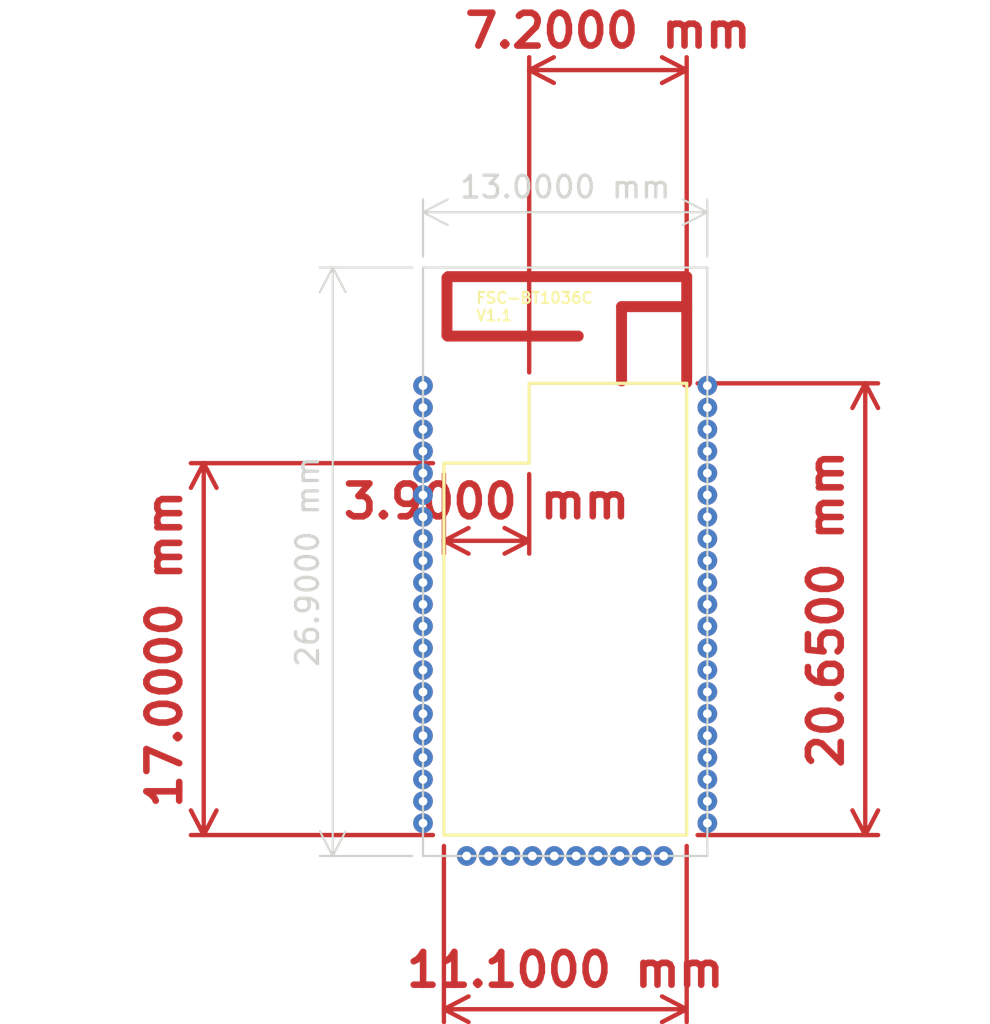
<source format=kicad_pcb>
(kicad_pcb (version 20221018) (generator pcbnew)
  (layers (0 "F.Cu" signal) (31 "B.Cu" signal) (34 "B.Paste" user) (35 "F.Paste" user) (36 "B.SilkS" user "B.Silkscreen") (37 "F.SilkS" user "F.Silkscreen") (38 "B.Mask" user) (39 "F.Mask" user) (44 "Edge.Cuts" user))
  (net 0 "")
  (footprint "util:castellated_pad_horiztontal" (layer "F.Cu") (at 134.625124 93.459524)
    (fp_text reference "REF**" hide)
    (fp_text value "castellated_pad_horiztontal" hide)
    (pad "1" thru_hole circle (at 0 0) (size 0.9 0.9) (drill 0.4) (layers "*.Cu" "*.Mask"))
    (pad "1" thru_hole circle (at 1 0) (size 0.9 0.9) (drill 0.4) (layers "*.Cu" "*.Mask"))
    (pad "1" thru_hole circle (at 2 0) (size 0.9 0.9) (drill 0.4) (layers "*.Cu" "*.Mask"))
    (pad "1" thru_hole circle (at 3 0) (size 0.9 0.9) (drill 0.4) (layers "*.Cu" "*.Mask"))
    (pad "1" thru_hole circle (at 4 0) (size 0.9 0.9) (drill 0.4) (layers "*.Cu" "*.Mask"))
    (pad "1" thru_hole circle (at 5 0) (size 0.9 0.9) (drill 0.4) (layers "*.Cu" "*.Mask"))
    (pad "1" thru_hole circle (at 6 0) (size 0.9 0.9) (drill 0.4) (layers "*.Cu" "*.Mask"))
    (pad "1" thru_hole circle (at 7 0) (size 0.9 0.9) (drill 0.4) (layers "*.Cu" "*.Mask"))
    (pad "1" thru_hole circle (at 8 0) (size 0.9 0.9) (drill 0.4) (layers "*.Cu" "*.Mask"))
    (pad "1" thru_hole circle (at 9 0) (size 0.9 0.9) (drill 0.4) (layers "*.Cu" "*.Mask"))
  )
  (footprint "util:castellated_pad" (layer "F.Cu") (at 145.625124 71.959524)
    (fp_text reference "REF**" hide)
    (fp_text value "castellated_pad" hide)
    (pad "1" thru_hole circle (at 0 0) (size 0.9 0.9) (drill 0.4) (layers "*.Cu" "*.Mask"))
    (pad "1" thru_hole circle (at 0 1) (size 0.9 0.9) (drill 0.4) (layers "*.Cu" "*.Mask"))
    (pad "1" thru_hole circle (at 0 2) (size 0.9 0.9) (drill 0.4) (layers "*.Cu" "*.Mask"))
    (pad "1" thru_hole circle (at 0 3) (size 0.9 0.9) (drill 0.4) (layers "*.Cu" "*.Mask"))
    (pad "1" thru_hole circle (at 0 4) (size 0.9 0.9) (drill 0.4) (layers "*.Cu" "*.Mask"))
    (pad "1" thru_hole circle (at 0 5) (size 0.9 0.9) (drill 0.4) (layers "*.Cu" "*.Mask"))
    (pad "1" thru_hole circle (at 0 6) (size 0.9 0.9) (drill 0.4) (layers "*.Cu" "*.Mask"))
    (pad "1" thru_hole circle (at 0 7) (size 0.9 0.9) (drill 0.4) (layers "*.Cu" "*.Mask"))
    (pad "1" thru_hole circle (at 0 8) (size 0.9 0.9) (drill 0.4) (layers "*.Cu" "*.Mask"))
    (pad "1" thru_hole circle (at 0 9) (size 0.9 0.9) (drill 0.4) (layers "*.Cu" "*.Mask"))
    (pad "1" thru_hole circle (at 0 10) (size 0.9 0.9) (drill 0.4) (layers "*.Cu" "*.Mask"))
    (pad "1" thru_hole circle (at 0 11) (size 0.9 0.9) (drill 0.4) (layers "*.Cu" "*.Mask"))
    (pad "1" thru_hole circle (at 0 12) (size 0.9 0.9) (drill 0.4) (layers "*.Cu" "*.Mask"))
    (pad "1" thru_hole circle (at 0 13) (size 0.9 0.9) (drill 0.4) (layers "*.Cu" "*.Mask"))
    (pad "1" thru_hole circle (at 0 14) (size 0.9 0.9) (drill 0.4) (layers "*.Cu" "*.Mask"))
    (pad "1" thru_hole circle (at 0 15) (size 0.9 0.9) (drill 0.4) (layers "*.Cu" "*.Mask"))
    (pad "1" thru_hole circle (at 0 16) (size 0.9 0.9) (drill 0.4) (layers "*.Cu" "*.Mask"))
    (pad "1" thru_hole circle (at 0 17) (size 0.9 0.9) (drill 0.4) (layers "*.Cu" "*.Mask"))
    (pad "1" thru_hole circle (at 0 18) (size 0.9 0.9) (drill 0.4) (layers "*.Cu" "*.Mask"))
    (pad "1" thru_hole circle (at 0 19) (size 0.9 0.9) (drill 0.4) (layers "*.Cu" "*.Mask"))
    (pad "1" thru_hole circle (at 0 20) (size 0.9 0.9) (drill 0.4) (layers "*.Cu" "*.Mask"))
  )
  (footprint "util:castellated_pad" (layer "F.Cu") (at 132.625124 71.959524)
    (fp_text reference "REF**" hide)
    (fp_text value "castellated_pad" hide)
    (pad "1" thru_hole circle (at 0 0) (size 0.9 0.9) (drill 0.4) (layers "*.Cu" "*.Mask"))
    (pad "1" thru_hole circle (at 0 1) (size 0.9 0.9) (drill 0.4) (layers "*.Cu" "*.Mask"))
    (pad "1" thru_hole circle (at 0 2) (size 0.9 0.9) (drill 0.4) (layers "*.Cu" "*.Mask"))
    (pad "1" thru_hole circle (at 0 3) (size 0.9 0.9) (drill 0.4) (layers "*.Cu" "*.Mask"))
    (pad "1" thru_hole circle (at 0 4) (size 0.9 0.9) (drill 0.4) (layers "*.Cu" "*.Mask"))
    (pad "1" thru_hole circle (at 0 5) (size 0.9 0.9) (drill 0.4) (layers "*.Cu" "*.Mask"))
    (pad "1" thru_hole circle (at 0 6) (size 0.9 0.9) (drill 0.4) (layers "*.Cu" "*.Mask"))
    (pad "1" thru_hole circle (at 0 7) (size 0.9 0.9) (drill 0.4) (layers "*.Cu" "*.Mask"))
    (pad "1" thru_hole circle (at 0 8) (size 0.9 0.9) (drill 0.4) (layers "*.Cu" "*.Mask"))
    (pad "1" thru_hole circle (at 0 9) (size 0.9 0.9) (drill 0.4) (layers "*.Cu" "*.Mask"))
    (pad "1" thru_hole circle (at 0 10) (size 0.9 0.9) (drill 0.4) (layers "*.Cu" "*.Mask"))
    (pad "1" thru_hole circle (at 0 11) (size 0.9 0.9) (drill 0.4) (layers "*.Cu" "*.Mask"))
    (pad "1" thru_hole circle (at 0 12) (size 0.9 0.9) (drill 0.4) (layers "*.Cu" "*.Mask"))
    (pad "1" thru_hole circle (at 0 13) (size 0.9 0.9) (drill 0.4) (layers "*.Cu" "*.Mask"))
    (pad "1" thru_hole circle (at 0 14) (size 0.9 0.9) (drill 0.4) (layers "*.Cu" "*.Mask"))
    (pad "1" thru_hole circle (at 0 15) (size 0.9 0.9) (drill 0.4) (layers "*.Cu" "*.Mask"))
    (pad "1" thru_hole circle (at 0 16) (size 0.9 0.9) (drill 0.4) (layers "*.Cu" "*.Mask"))
    (pad "1" thru_hole circle (at 0 17) (size 0.9 0.9) (drill 0.4) (layers "*.Cu" "*.Mask"))
    (pad "1" thru_hole circle (at 0 18) (size 0.9 0.9) (drill 0.4) (layers "*.Cu" "*.Mask"))
    (pad "1" thru_hole circle (at 0 19) (size 0.9 0.9) (drill 0.4) (layers "*.Cu" "*.Mask"))
    (pad "1" thru_hole circle (at 0 20) (size 0.9 0.9) (drill 0.4) (layers "*.Cu" "*.Mask"))
  )
  (gr_line (start 144.68063 92.503753) (end 144.68063 71.853753) (stroke (width 0.15)) (layer "F.SilkS"))
  (gr_line (start 133.58063 92.503753) (end 144.68063 92.503753) (stroke (width 0.15)) (layer "F.SilkS"))
  (gr_line (start 137.48063 75.503753) (end 137.48063 71.853753) (stroke (width 0.15)) (layer "F.SilkS"))
  (gr_line (start 137.48063 71.853753) (end 144.68063 71.853753) (stroke (width 0.15)) (layer "F.SilkS"))
  (gr_line (start 137.48063 75.503753) (end 133.58063 75.503753) (stroke (width 0.15)) (layer "F.SilkS"))
  (gr_line (start 133.58063 92.503753) (end 133.58063 75.503753) (stroke (width 0.15)) (layer "F.SilkS"))
  (gr_line (start 132.625124 93.459524) (end 145.625124 93.459524) (stroke (width 0.1)) (layer "Edge.Cuts"))
  (gr_line (start 132.625124 66.559524) (end 132.625124 93.459524) (stroke (width 0.1)) (layer "Edge.Cuts"))
  (gr_line (start 145.625124 66.559524) (end 145.625124 93.459524) (stroke (width 0.1)) (layer "Edge.Cuts"))
  (gr_line (start 132.625124 66.559524) (end 145.625124 66.559524) (stroke (width 0.1)) (layer "Edge.Cuts"))
  (gr_text "FSC-BT1036C\nV1.1" (at 135.002535 69.044351) (layer "F.SilkS") (effects (font (size 0.5 0.5) (thickness 0.1) bold) (justify left bottom)))
  (dimension (type aligned) (layer "F.Cu") (pts (xy 144.68063 92.503753) (xy 144.68063 71.853753)) (height 8.164233) (gr_text "20.6500 mm" (at 151.044863 82.178753 90) (layer "F.Cu") (effects (font (size 1.5 1.5) (thickness 0.3)))) (format (prefix "") (suffix "") (units 3) (units_format 1) (precision 4)) (style (thickness 0.2) (arrow_length 1.27) (text_position_mode 0) (extension_height 0.58642) (extension_offset 0.5) keep_text_aligned))
  (dimension (type aligned) (layer "F.Cu") (pts (xy 137.48063 71.853753) (xy 144.68063 71.853753)) (height -14.319134) (gr_text "7.2000 mm" (at 141.08063 55.734619) (layer "F.Cu") (effects (font (size 1.5 1.5) (thickness 0.3)))) (format (prefix "") (suffix "") (units 3) (units_format 1) (precision 4)) (style (thickness 0.2) (arrow_length 1.27) (text_position_mode 0) (extension_height 0.58642) (extension_offset 0.5) keep_text_aligned))
  (dimension (type aligned) (layer "F.Cu") (pts (xy 133.58063 92.503753) (xy 144.68063 92.503753)) (height 7.961973) (gr_text "11.1000 mm" (at 139.13063 98.665726) (layer "F.Cu") (effects (font (size 1.5 1.5) (thickness 0.3)))) (format (prefix "") (suffix "") (units 3) (units_format 1) (precision 4)) (style (thickness 0.2) (arrow_length 1.27) (text_position_mode 0) (extension_height 0.58642) (extension_offset 0.5) keep_text_aligned))
  (dimension (type aligned) (layer "F.Cu") (pts (xy 133.58063 75.503753) (xy 137.48063 75.503753)) (height 3.549504) (gr_text "3.9000 mm" (at 135.53063 77.253257) (layer "F.Cu") (effects (font (size 1.5 1.5) (thickness 0.3)))) (format (prefix "") (suffix "") (units 3) (units_format 1) (precision 4)) (style (thickness 0.2) (arrow_length 1.27) (text_position_mode 0) (extension_height 0.58642) (extension_offset 0.5) keep_text_aligned))
  (dimension (type aligned) (layer "F.Cu") (pts (xy 133.58063 92.503753) (xy 133.58063 75.503753)) (height -10.980537) (gr_text "17.0000 mm" (at 120.800093 84.003753 90) (layer "F.Cu") (effects (font (size 1.5 1.5) (thickness 0.3)))) (format (prefix "") (suffix "") (units 3) (units_format 1) (precision 4)) (style (thickness 0.2) (arrow_length 1.27) (text_position_mode 0) (extension_height 0.58642) (extension_offset 0.5) keep_text_aligned))
  (dimension (type aligned) (layer "Edge.Cuts") (pts (xy 132.625124 66.559524) (xy 145.625124 66.559524)) (height -2.527206) (gr_text "13.0000 mm" (at 139.125124 62.882318) (layer "Edge.Cuts") (effects (font (size 1 1) (thickness 0.15)))) (format (prefix "") (suffix "") (units 3) (units_format 1) (precision 4)) (style (thickness 0.1) (arrow_length 1.27) (text_position_mode 0) (extension_height 0.58642) (extension_offset 0.5) keep_text_aligned))
  (dimension (type aligned) (layer "Edge.Cuts") (pts (xy 132.625124 66.559524) (xy 132.625124 93.459524)) (height 4.127922) (gr_text "26.9000 mm" (at 127.347202 80.009524 90) (layer "Edge.Cuts") (effects (font (size 1 1) (thickness 0.15)))) (format (prefix "") (suffix "") (units 3) (units_format 1) (precision 4)) (style (thickness 0.1) (arrow_length 1.27) (text_position_mode 0) (extension_height 0.58642) (extension_offset 0.5) keep_text_aligned))
  (segment (start 144.682966 68.347373) (end 141.703077 68.347373) (width 0.5) (layer "F.Cu") (net 0))
  (segment (start 133.722697 67.032966) (end 133.722697 69.659575) (width 0.5) (layer "F.Cu") (net 0))
  (segment (start 133.722697 69.659575) (end 133.757382 69.69426) (width 0.5) (layer "F.Cu") (net 0))
  (segment (start 133.779426 66.976237) (end 133.722697 67.032966) (width 0.5) (layer "F.Cu") (net 0))
  (segment (start 133.757382 69.69426) (end 139.723097 69.69426) (width 0.5) (layer "F.Cu") (net 0))
  (segment (start 144.670327 66.976237) (end 133.779426 66.976237) (width 0.5) (layer "F.Cu") (net 0))
  (segment (start 144.682966 71.810008) (end 144.682966 68.347373) (width 0.5) (layer "F.Cu") (net 0))
  (segment (start 144.682966 68.347373) (end 144.682966 66.988876) (width 0.5) (layer "F.Cu") (net 0))
  (segment (start 144.682966 66.988876) (end 144.670327 66.976237) (width 0.5) (layer "F.Cu") (net 0))
  (segment (start 141.703077 71.742884) (end 141.68635 71.759611) (width 0.25) (layer "F.Cu") (net 0))
  (segment (start 141.703077 68.347373) (end 141.703077 71.742884) (width 0.5) (layer "F.Cu") (net 0))
)
</source>
